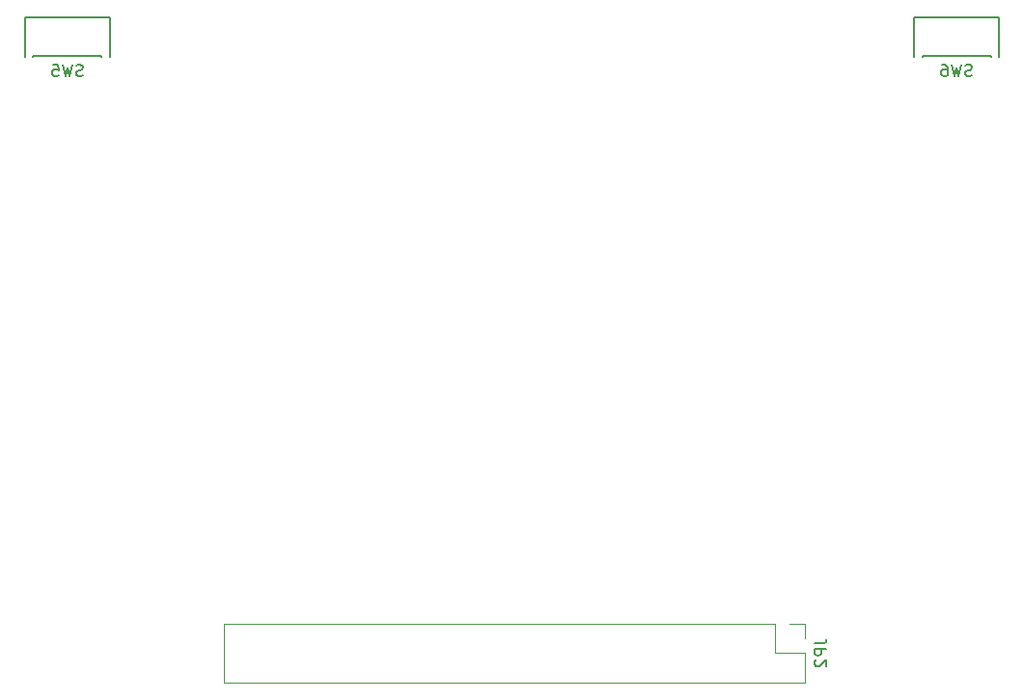
<source format=gbr>
G04 #@! TF.GenerationSoftware,KiCad,Pcbnew,(5.0.2)-1*
G04 #@! TF.CreationDate,2019-10-01T23:20:30-04:00*
G04 #@! TF.ProjectId,gamepad,67616d65-7061-4642-9e6b-696361645f70,rev?*
G04 #@! TF.SameCoordinates,Original*
G04 #@! TF.FileFunction,Legend,Bot*
G04 #@! TF.FilePolarity,Positive*
%FSLAX46Y46*%
G04 Gerber Fmt 4.6, Leading zero omitted, Abs format (unit mm)*
G04 Created by KiCad (PCBNEW (5.0.2)-1) date 10/1/2019 11:20:30 PM*
%MOMM*%
%LPD*%
G01*
G04 APERTURE LIST*
%ADD10C,0.120000*%
%ADD11C,0.150000*%
G04 APERTURE END LIST*
D10*
G04 #@! TO.C,JP2*
X161430000Y-122570000D02*
X161430000Y-119970000D01*
X161430000Y-122570000D02*
X110510000Y-122570000D01*
X110510000Y-122570000D02*
X110510000Y-117370000D01*
X158830000Y-117370000D02*
X110510000Y-117370000D01*
X158830000Y-119970000D02*
X158830000Y-117370000D01*
X161430000Y-119970000D02*
X158830000Y-119970000D01*
X161430000Y-117370000D02*
X160100000Y-117370000D01*
X161430000Y-118700000D02*
X161430000Y-117370000D01*
D11*
G04 #@! TO.C,SW5*
X93050000Y-64150000D02*
X100450000Y-64150000D01*
X93050000Y-64150000D02*
X93050000Y-67650000D01*
X100450000Y-64150000D02*
X100450000Y-67650000D01*
X93750000Y-67550000D02*
X99750000Y-67550000D01*
X99750000Y-67550000D02*
X99750000Y-67650000D01*
X93750000Y-67550000D02*
X93750000Y-67650000D01*
G04 #@! TO.C,SW6*
X171750000Y-67550000D02*
X171750000Y-67650000D01*
X177750000Y-67550000D02*
X177750000Y-67650000D01*
X171750000Y-67550000D02*
X177750000Y-67550000D01*
X178450000Y-64150000D02*
X178450000Y-67650000D01*
X171050000Y-64150000D02*
X171050000Y-67650000D01*
X171050000Y-64150000D02*
X178450000Y-64150000D01*
G04 #@! TO.C,JP2*
X162322380Y-119136666D02*
X163036666Y-119136666D01*
X163179523Y-119089047D01*
X163274761Y-118993809D01*
X163322380Y-118850952D01*
X163322380Y-118755714D01*
X163322380Y-119612857D02*
X162322380Y-119612857D01*
X162322380Y-119993809D01*
X162370000Y-120089047D01*
X162417619Y-120136666D01*
X162512857Y-120184285D01*
X162655714Y-120184285D01*
X162750952Y-120136666D01*
X162798571Y-120089047D01*
X162846190Y-119993809D01*
X162846190Y-119612857D01*
X162417619Y-120565238D02*
X162370000Y-120612857D01*
X162322380Y-120708095D01*
X162322380Y-120946190D01*
X162370000Y-121041428D01*
X162417619Y-121089047D01*
X162512857Y-121136666D01*
X162608095Y-121136666D01*
X162750952Y-121089047D01*
X163322380Y-120517619D01*
X163322380Y-121136666D01*
G04 #@! TO.C,SW5*
X98083333Y-69254761D02*
X97940476Y-69302380D01*
X97702380Y-69302380D01*
X97607142Y-69254761D01*
X97559523Y-69207142D01*
X97511904Y-69111904D01*
X97511904Y-69016666D01*
X97559523Y-68921428D01*
X97607142Y-68873809D01*
X97702380Y-68826190D01*
X97892857Y-68778571D01*
X97988095Y-68730952D01*
X98035714Y-68683333D01*
X98083333Y-68588095D01*
X98083333Y-68492857D01*
X98035714Y-68397619D01*
X97988095Y-68350000D01*
X97892857Y-68302380D01*
X97654761Y-68302380D01*
X97511904Y-68350000D01*
X97178571Y-68302380D02*
X96940476Y-69302380D01*
X96750000Y-68588095D01*
X96559523Y-69302380D01*
X96321428Y-68302380D01*
X95464285Y-68302380D02*
X95940476Y-68302380D01*
X95988095Y-68778571D01*
X95940476Y-68730952D01*
X95845238Y-68683333D01*
X95607142Y-68683333D01*
X95511904Y-68730952D01*
X95464285Y-68778571D01*
X95416666Y-68873809D01*
X95416666Y-69111904D01*
X95464285Y-69207142D01*
X95511904Y-69254761D01*
X95607142Y-69302380D01*
X95845238Y-69302380D01*
X95940476Y-69254761D01*
X95988095Y-69207142D01*
G04 #@! TO.C,SW6*
X176083333Y-69254761D02*
X175940476Y-69302380D01*
X175702380Y-69302380D01*
X175607142Y-69254761D01*
X175559523Y-69207142D01*
X175511904Y-69111904D01*
X175511904Y-69016666D01*
X175559523Y-68921428D01*
X175607142Y-68873809D01*
X175702380Y-68826190D01*
X175892857Y-68778571D01*
X175988095Y-68730952D01*
X176035714Y-68683333D01*
X176083333Y-68588095D01*
X176083333Y-68492857D01*
X176035714Y-68397619D01*
X175988095Y-68350000D01*
X175892857Y-68302380D01*
X175654761Y-68302380D01*
X175511904Y-68350000D01*
X175178571Y-68302380D02*
X174940476Y-69302380D01*
X174750000Y-68588095D01*
X174559523Y-69302380D01*
X174321428Y-68302380D01*
X173511904Y-68302380D02*
X173702380Y-68302380D01*
X173797619Y-68350000D01*
X173845238Y-68397619D01*
X173940476Y-68540476D01*
X173988095Y-68730952D01*
X173988095Y-69111904D01*
X173940476Y-69207142D01*
X173892857Y-69254761D01*
X173797619Y-69302380D01*
X173607142Y-69302380D01*
X173511904Y-69254761D01*
X173464285Y-69207142D01*
X173416666Y-69111904D01*
X173416666Y-68873809D01*
X173464285Y-68778571D01*
X173511904Y-68730952D01*
X173607142Y-68683333D01*
X173797619Y-68683333D01*
X173892857Y-68730952D01*
X173940476Y-68778571D01*
X173988095Y-68873809D01*
G04 #@! TD*
M02*

</source>
